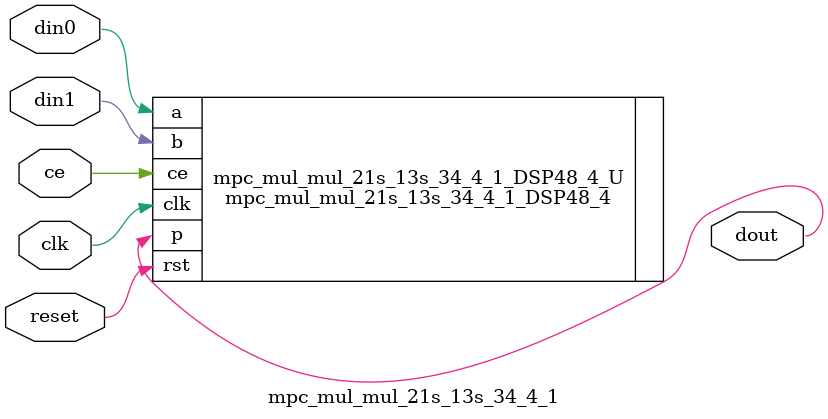
<source format=v>
module mpc_mul_mul_21s_13s_34_4_1(
    clk,
    reset,
    ce,
    din0,
    din1,
    dout);

parameter ID = 32'd1;
parameter NUM_STAGE = 32'd1;
parameter din0_WIDTH = 32'd1;
parameter din1_WIDTH = 32'd1;
parameter dout_WIDTH = 32'd1;
input clk;
input reset;
input ce;
input[din0_WIDTH - 1:0] din0;
input[din1_WIDTH - 1:0] din1;
output[dout_WIDTH - 1:0] dout;



mpc_mul_mul_21s_13s_34_4_1_DSP48_4 mpc_mul_mul_21s_13s_34_4_1_DSP48_4_U(
    .clk( clk ),
    .rst( reset ),
    .ce( ce ),
    .a( din0 ),
    .b( din1 ),
    .p( dout ));

endmodule

</source>
